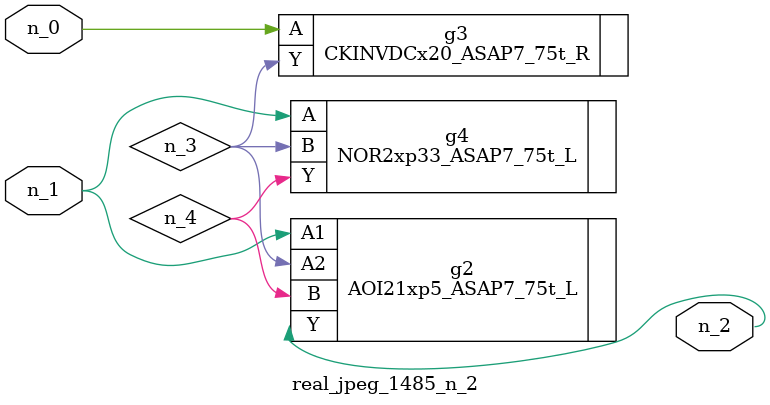
<source format=v>
module real_jpeg_1485_n_2 (n_1, n_0, n_2);

input n_1;
input n_0;

output n_2;

wire n_4;
wire n_3;

CKINVDCx20_ASAP7_75t_R g3 ( 
.A(n_0),
.Y(n_3)
);

AOI21xp5_ASAP7_75t_L g2 ( 
.A1(n_1),
.A2(n_3),
.B(n_4),
.Y(n_2)
);

NOR2xp33_ASAP7_75t_L g4 ( 
.A(n_1),
.B(n_3),
.Y(n_4)
);


endmodule
</source>
